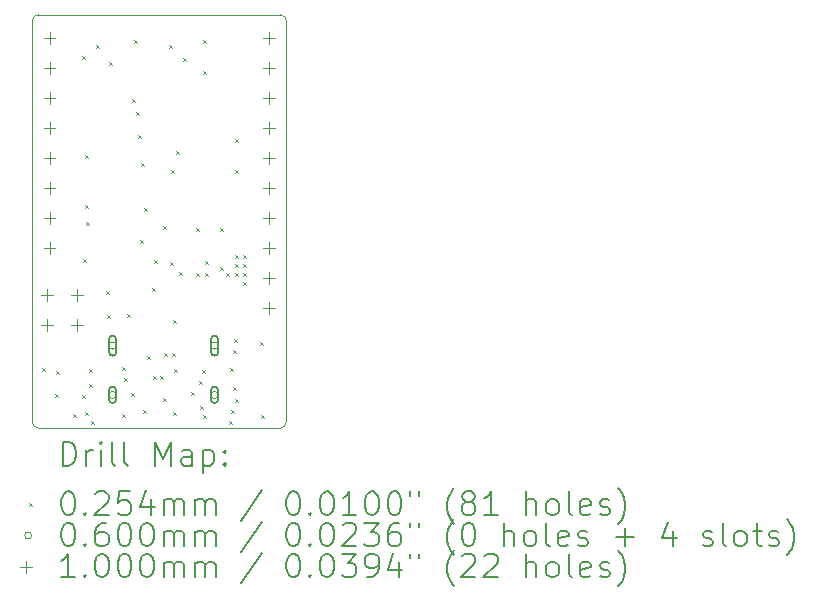
<source format=gbr>
%TF.GenerationSoftware,KiCad,Pcbnew,7.0.8*%
%TF.CreationDate,2024-04-05T01:26:45-03:00*%
%TF.ProjectId,iW-Little,69572d4c-6974-4746-9c65-2e6b69636164,rev?*%
%TF.SameCoordinates,Original*%
%TF.FileFunction,Drillmap*%
%TF.FilePolarity,Positive*%
%FSLAX45Y45*%
G04 Gerber Fmt 4.5, Leading zero omitted, Abs format (unit mm)*
G04 Created by KiCad (PCBNEW 7.0.8) date 2024-04-05 01:26:45*
%MOMM*%
%LPD*%
G01*
G04 APERTURE LIST*
%ADD10C,0.100000*%
%ADD11C,0.200000*%
%ADD12C,0.025400*%
%ADD13C,0.060000*%
G04 APERTURE END LIST*
D10*
X15250000Y-9950000D02*
X15250000Y-6550000D01*
X15200000Y-6500000D02*
X13150000Y-6500000D01*
X15250000Y-6550000D02*
G75*
G03*
X15200000Y-6500000I-50000J0D01*
G01*
X13100000Y-6550000D02*
X13100000Y-9950000D01*
X13150000Y-6500000D02*
G75*
G03*
X13100000Y-6550000I0J-50000D01*
G01*
X13100000Y-9950000D02*
G75*
G03*
X13150000Y-10000000I50000J0D01*
G01*
X13150000Y-10000000D02*
X15200000Y-10000000D01*
X15200000Y-10000000D02*
G75*
G03*
X15250000Y-9950000I0J50000D01*
G01*
D11*
D12*
X13177300Y-9492300D02*
X13202700Y-9517700D01*
X13202700Y-9492300D02*
X13177300Y-9517700D01*
X13292300Y-9707300D02*
X13317700Y-9732700D01*
X13317700Y-9707300D02*
X13292300Y-9732700D01*
X13302300Y-9517300D02*
X13327700Y-9542700D01*
X13327700Y-9517300D02*
X13302300Y-9542700D01*
X13447300Y-9877300D02*
X13472700Y-9902700D01*
X13472700Y-9877300D02*
X13447300Y-9902700D01*
X13517300Y-9722300D02*
X13542700Y-9747700D01*
X13542700Y-9722300D02*
X13517300Y-9747700D01*
X13522300Y-6847300D02*
X13547700Y-6872700D01*
X13547700Y-6847300D02*
X13522300Y-6872700D01*
X13527300Y-8567300D02*
X13552700Y-8592700D01*
X13552700Y-8567300D02*
X13527300Y-8592700D01*
X13541300Y-7685300D02*
X13566700Y-7710700D01*
X13566700Y-7685300D02*
X13541300Y-7710700D01*
X13547300Y-8112300D02*
X13572700Y-8137700D01*
X13572700Y-8112300D02*
X13547300Y-8137700D01*
X13547300Y-9862300D02*
X13572700Y-9887700D01*
X13572700Y-9862300D02*
X13547300Y-9887700D01*
X13553300Y-8255300D02*
X13578700Y-8280700D01*
X13578700Y-8255300D02*
X13553300Y-8280700D01*
X13577300Y-9502300D02*
X13602700Y-9527700D01*
X13602700Y-9502300D02*
X13577300Y-9527700D01*
X13582300Y-9627300D02*
X13607700Y-9652700D01*
X13607700Y-9627300D02*
X13582300Y-9652700D01*
X13592300Y-9942300D02*
X13617700Y-9967700D01*
X13617700Y-9942300D02*
X13592300Y-9967700D01*
X13637300Y-6757300D02*
X13662700Y-6782700D01*
X13662700Y-6757300D02*
X13637300Y-6782700D01*
X13727300Y-8842300D02*
X13752700Y-8867700D01*
X13752700Y-8842300D02*
X13727300Y-8867700D01*
X13735300Y-9040300D02*
X13760700Y-9065700D01*
X13760700Y-9040300D02*
X13735300Y-9065700D01*
X13752300Y-6897300D02*
X13777700Y-6922700D01*
X13777700Y-6897300D02*
X13752300Y-6922700D01*
X13857300Y-9482300D02*
X13882700Y-9507700D01*
X13882700Y-9482300D02*
X13857300Y-9507700D01*
X13857300Y-9882300D02*
X13882700Y-9907700D01*
X13882700Y-9882300D02*
X13857300Y-9907700D01*
X13872300Y-9577300D02*
X13897700Y-9602700D01*
X13897700Y-9577300D02*
X13872300Y-9602700D01*
X13902300Y-9037300D02*
X13927700Y-9062700D01*
X13927700Y-9037300D02*
X13902300Y-9062700D01*
X13932300Y-9702300D02*
X13957700Y-9727700D01*
X13957700Y-9702300D02*
X13932300Y-9727700D01*
X13947300Y-7217300D02*
X13972700Y-7242700D01*
X13972700Y-7217300D02*
X13947300Y-7242700D01*
X13962300Y-6712300D02*
X13987700Y-6737700D01*
X13987700Y-6712300D02*
X13962300Y-6737700D01*
X13977300Y-7322300D02*
X14002700Y-7347700D01*
X14002700Y-7322300D02*
X13977300Y-7347700D01*
X13997300Y-7517300D02*
X14022700Y-7542700D01*
X14022700Y-7517300D02*
X13997300Y-7542700D01*
X14007300Y-8407300D02*
X14032700Y-8432700D01*
X14032700Y-8407300D02*
X14007300Y-8432700D01*
X14022300Y-7757300D02*
X14047700Y-7782700D01*
X14047700Y-7757300D02*
X14022300Y-7782700D01*
X14037300Y-9842300D02*
X14062700Y-9867700D01*
X14062700Y-9842300D02*
X14037300Y-9867700D01*
X14047800Y-8137300D02*
X14073200Y-8162700D01*
X14073200Y-8137300D02*
X14047800Y-8162700D01*
X14067300Y-9387300D02*
X14092700Y-9412700D01*
X14092700Y-9387300D02*
X14067300Y-9412700D01*
X14112300Y-8817300D02*
X14137700Y-8842700D01*
X14137700Y-8817300D02*
X14112300Y-8842700D01*
X14117575Y-9557300D02*
X14142975Y-9582700D01*
X14142975Y-9557300D02*
X14117575Y-9582700D01*
X14127300Y-8572300D02*
X14152700Y-8597700D01*
X14152700Y-8572300D02*
X14127300Y-8597700D01*
X14177815Y-9557300D02*
X14203215Y-9582700D01*
X14203215Y-9557300D02*
X14177815Y-9582700D01*
X14202300Y-9747300D02*
X14227700Y-9772700D01*
X14227700Y-9747300D02*
X14202300Y-9772700D01*
X14207300Y-8287300D02*
X14232700Y-8312700D01*
X14232700Y-8287300D02*
X14207300Y-8312700D01*
X14217575Y-9367300D02*
X14242975Y-9392700D01*
X14242975Y-9367300D02*
X14217575Y-9392700D01*
X14257300Y-6757300D02*
X14282700Y-6782700D01*
X14282700Y-6757300D02*
X14257300Y-6782700D01*
X14267300Y-8592300D02*
X14292700Y-8617700D01*
X14292700Y-8592300D02*
X14267300Y-8617700D01*
X14277300Y-7812300D02*
X14302700Y-7837700D01*
X14302700Y-7812300D02*
X14277300Y-7837700D01*
X14277815Y-9367300D02*
X14303215Y-9392700D01*
X14303215Y-9367300D02*
X14277815Y-9392700D01*
X14287300Y-9087300D02*
X14312700Y-9112700D01*
X14312700Y-9087300D02*
X14287300Y-9112700D01*
X14292300Y-9862300D02*
X14317700Y-9887700D01*
X14317700Y-9862300D02*
X14292300Y-9887700D01*
X14297300Y-9497300D02*
X14322700Y-9522700D01*
X14322700Y-9497300D02*
X14297300Y-9522700D01*
X14312300Y-7655300D02*
X14337700Y-7680700D01*
X14337700Y-7655300D02*
X14312300Y-7680700D01*
X14337300Y-8682300D02*
X14362700Y-8707700D01*
X14362700Y-8682300D02*
X14337300Y-8707700D01*
X14372300Y-6867300D02*
X14397700Y-6892700D01*
X14397700Y-6867300D02*
X14372300Y-6892700D01*
X14442300Y-9697300D02*
X14467700Y-9722700D01*
X14467700Y-9697300D02*
X14442300Y-9722700D01*
X14482300Y-8302300D02*
X14507700Y-8327700D01*
X14507700Y-8302300D02*
X14482300Y-8327700D01*
X14487300Y-8687300D02*
X14512700Y-8712700D01*
X14512700Y-8687300D02*
X14487300Y-8712700D01*
X14512300Y-9602300D02*
X14537700Y-9627700D01*
X14537700Y-9602300D02*
X14512300Y-9627700D01*
X14522300Y-9812300D02*
X14547700Y-9837700D01*
X14547700Y-9812300D02*
X14522300Y-9837700D01*
X14532300Y-9507300D02*
X14557700Y-9532700D01*
X14557700Y-9507300D02*
X14532300Y-9532700D01*
X14542300Y-6717300D02*
X14567700Y-6742700D01*
X14567700Y-6717300D02*
X14542300Y-6742700D01*
X14542300Y-6977300D02*
X14567700Y-7002700D01*
X14567700Y-6977300D02*
X14542300Y-7002700D01*
X14547300Y-9892300D02*
X14572700Y-9917700D01*
X14572700Y-9892300D02*
X14547300Y-9917700D01*
X14562300Y-8587300D02*
X14587700Y-8612700D01*
X14587700Y-8587300D02*
X14562300Y-8612700D01*
X14562300Y-8687300D02*
X14587700Y-8712700D01*
X14587700Y-8687300D02*
X14562300Y-8712700D01*
X14687300Y-8637300D02*
X14712700Y-8662700D01*
X14712700Y-8637300D02*
X14687300Y-8662700D01*
X14692300Y-8302300D02*
X14717700Y-8327700D01*
X14717700Y-8302300D02*
X14692300Y-8327700D01*
X14737300Y-8687300D02*
X14762700Y-8712700D01*
X14762700Y-8687300D02*
X14737300Y-8712700D01*
X14767300Y-9942300D02*
X14792700Y-9967700D01*
X14792700Y-9942300D02*
X14767300Y-9967700D01*
X14777300Y-9487300D02*
X14802700Y-9512700D01*
X14802700Y-9487300D02*
X14777300Y-9512700D01*
X14782300Y-9847300D02*
X14807700Y-9872700D01*
X14807700Y-9847300D02*
X14782300Y-9872700D01*
X14797300Y-9342300D02*
X14822700Y-9367700D01*
X14822700Y-9342300D02*
X14797300Y-9367700D01*
X14797300Y-9652300D02*
X14822700Y-9677700D01*
X14822700Y-9652300D02*
X14797300Y-9677700D01*
X14807300Y-9247300D02*
X14832700Y-9272700D01*
X14832700Y-9247300D02*
X14807300Y-9272700D01*
X14812300Y-7549300D02*
X14837700Y-7574700D01*
X14837700Y-7549300D02*
X14812300Y-7574700D01*
X14812300Y-8537300D02*
X14837700Y-8562700D01*
X14837700Y-8537300D02*
X14812300Y-8562700D01*
X14812300Y-8612300D02*
X14837700Y-8637700D01*
X14837700Y-8612300D02*
X14812300Y-8637700D01*
X14812300Y-8687300D02*
X14837700Y-8712700D01*
X14837700Y-8687300D02*
X14812300Y-8712700D01*
X14817300Y-7812300D02*
X14842700Y-7837700D01*
X14842700Y-7812300D02*
X14817300Y-7837700D01*
X14817300Y-9757300D02*
X14842700Y-9782700D01*
X14842700Y-9757300D02*
X14817300Y-9782700D01*
X14887300Y-8537300D02*
X14912700Y-8562700D01*
X14912700Y-8537300D02*
X14887300Y-8562700D01*
X14887300Y-8612300D02*
X14912700Y-8637700D01*
X14912700Y-8612300D02*
X14887300Y-8637700D01*
X14887300Y-8687300D02*
X14912700Y-8712700D01*
X14912700Y-8687300D02*
X14887300Y-8712700D01*
X14887300Y-8762300D02*
X14912700Y-8787700D01*
X14912700Y-8762300D02*
X14887300Y-8787700D01*
X15029300Y-9269300D02*
X15054700Y-9294700D01*
X15054700Y-9269300D02*
X15029300Y-9294700D01*
X15037300Y-9887300D02*
X15062700Y-9912700D01*
X15062700Y-9887300D02*
X15037300Y-9912700D01*
D13*
X13808395Y-9302000D02*
G75*
G03*
X13808395Y-9302000I-30000J0D01*
G01*
D11*
X13808395Y-9357000D02*
X13808395Y-9247000D01*
X13808395Y-9247000D02*
G75*
G03*
X13748395Y-9247000I-30000J0D01*
G01*
X13748395Y-9247000D02*
X13748395Y-9357000D01*
X13748395Y-9357000D02*
G75*
G03*
X13808395Y-9357000I30000J0D01*
G01*
D13*
X13808395Y-9719000D02*
G75*
G03*
X13808395Y-9719000I-30000J0D01*
G01*
D11*
X13808395Y-9759000D02*
X13808395Y-9679000D01*
X13808395Y-9679000D02*
G75*
G03*
X13748395Y-9679000I-30000J0D01*
G01*
X13748395Y-9679000D02*
X13748395Y-9759000D01*
X13748395Y-9759000D02*
G75*
G03*
X13808395Y-9759000I30000J0D01*
G01*
D13*
X14672395Y-9302000D02*
G75*
G03*
X14672395Y-9302000I-30000J0D01*
G01*
D11*
X14672395Y-9357000D02*
X14672395Y-9247000D01*
X14672395Y-9247000D02*
G75*
G03*
X14612395Y-9247000I-30000J0D01*
G01*
X14612395Y-9247000D02*
X14612395Y-9357000D01*
X14612395Y-9357000D02*
G75*
G03*
X14672395Y-9357000I30000J0D01*
G01*
D13*
X14672395Y-9719000D02*
G75*
G03*
X14672395Y-9719000I-30000J0D01*
G01*
D11*
X14672395Y-9759000D02*
X14672395Y-9679000D01*
X14672395Y-9679000D02*
G75*
G03*
X14612395Y-9679000I-30000J0D01*
G01*
X14612395Y-9679000D02*
X14612395Y-9759000D01*
X14612395Y-9759000D02*
G75*
G03*
X14672395Y-9759000I30000J0D01*
G01*
D10*
X13221000Y-8821000D02*
X13221000Y-8921000D01*
X13171000Y-8871000D02*
X13271000Y-8871000D01*
X13221000Y-9075000D02*
X13221000Y-9175000D01*
X13171000Y-9125000D02*
X13271000Y-9125000D01*
X13245000Y-6650000D02*
X13245000Y-6750000D01*
X13195000Y-6700000D02*
X13295000Y-6700000D01*
X13245000Y-6904000D02*
X13245000Y-7004000D01*
X13195000Y-6954000D02*
X13295000Y-6954000D01*
X13245000Y-7158000D02*
X13245000Y-7258000D01*
X13195000Y-7208000D02*
X13295000Y-7208000D01*
X13245000Y-7412000D02*
X13245000Y-7512000D01*
X13195000Y-7462000D02*
X13295000Y-7462000D01*
X13245000Y-7666000D02*
X13245000Y-7766000D01*
X13195000Y-7716000D02*
X13295000Y-7716000D01*
X13245000Y-7920000D02*
X13245000Y-8020000D01*
X13195000Y-7970000D02*
X13295000Y-7970000D01*
X13245000Y-8174000D02*
X13245000Y-8274000D01*
X13195000Y-8224000D02*
X13295000Y-8224000D01*
X13245000Y-8428000D02*
X13245000Y-8528000D01*
X13195000Y-8478000D02*
X13295000Y-8478000D01*
X13475000Y-8821000D02*
X13475000Y-8921000D01*
X13425000Y-8871000D02*
X13525000Y-8871000D01*
X13475000Y-9075000D02*
X13475000Y-9175000D01*
X13425000Y-9125000D02*
X13525000Y-9125000D01*
X15100000Y-6650000D02*
X15100000Y-6750000D01*
X15050000Y-6700000D02*
X15150000Y-6700000D01*
X15100000Y-6904000D02*
X15100000Y-7004000D01*
X15050000Y-6954000D02*
X15150000Y-6954000D01*
X15100000Y-7158000D02*
X15100000Y-7258000D01*
X15050000Y-7208000D02*
X15150000Y-7208000D01*
X15100000Y-7412000D02*
X15100000Y-7512000D01*
X15050000Y-7462000D02*
X15150000Y-7462000D01*
X15100000Y-7666000D02*
X15100000Y-7766000D01*
X15050000Y-7716000D02*
X15150000Y-7716000D01*
X15100000Y-7920000D02*
X15100000Y-8020000D01*
X15050000Y-7970000D02*
X15150000Y-7970000D01*
X15100000Y-8174000D02*
X15100000Y-8274000D01*
X15050000Y-8224000D02*
X15150000Y-8224000D01*
X15100000Y-8428000D02*
X15100000Y-8528000D01*
X15050000Y-8478000D02*
X15150000Y-8478000D01*
X15100000Y-8682000D02*
X15100000Y-8782000D01*
X15050000Y-8732000D02*
X15150000Y-8732000D01*
X15100000Y-8936000D02*
X15100000Y-9036000D01*
X15050000Y-8986000D02*
X15150000Y-8986000D01*
D11*
X13355777Y-10316484D02*
X13355777Y-10116484D01*
X13355777Y-10116484D02*
X13403396Y-10116484D01*
X13403396Y-10116484D02*
X13431967Y-10126008D01*
X13431967Y-10126008D02*
X13451015Y-10145055D01*
X13451015Y-10145055D02*
X13460539Y-10164103D01*
X13460539Y-10164103D02*
X13470062Y-10202198D01*
X13470062Y-10202198D02*
X13470062Y-10230770D01*
X13470062Y-10230770D02*
X13460539Y-10268865D01*
X13460539Y-10268865D02*
X13451015Y-10287912D01*
X13451015Y-10287912D02*
X13431967Y-10306960D01*
X13431967Y-10306960D02*
X13403396Y-10316484D01*
X13403396Y-10316484D02*
X13355777Y-10316484D01*
X13555777Y-10316484D02*
X13555777Y-10183150D01*
X13555777Y-10221246D02*
X13565301Y-10202198D01*
X13565301Y-10202198D02*
X13574824Y-10192674D01*
X13574824Y-10192674D02*
X13593872Y-10183150D01*
X13593872Y-10183150D02*
X13612920Y-10183150D01*
X13679586Y-10316484D02*
X13679586Y-10183150D01*
X13679586Y-10116484D02*
X13670062Y-10126008D01*
X13670062Y-10126008D02*
X13679586Y-10135531D01*
X13679586Y-10135531D02*
X13689110Y-10126008D01*
X13689110Y-10126008D02*
X13679586Y-10116484D01*
X13679586Y-10116484D02*
X13679586Y-10135531D01*
X13803396Y-10316484D02*
X13784348Y-10306960D01*
X13784348Y-10306960D02*
X13774824Y-10287912D01*
X13774824Y-10287912D02*
X13774824Y-10116484D01*
X13908158Y-10316484D02*
X13889110Y-10306960D01*
X13889110Y-10306960D02*
X13879586Y-10287912D01*
X13879586Y-10287912D02*
X13879586Y-10116484D01*
X14136729Y-10316484D02*
X14136729Y-10116484D01*
X14136729Y-10116484D02*
X14203396Y-10259341D01*
X14203396Y-10259341D02*
X14270062Y-10116484D01*
X14270062Y-10116484D02*
X14270062Y-10316484D01*
X14451015Y-10316484D02*
X14451015Y-10211722D01*
X14451015Y-10211722D02*
X14441491Y-10192674D01*
X14441491Y-10192674D02*
X14422443Y-10183150D01*
X14422443Y-10183150D02*
X14384348Y-10183150D01*
X14384348Y-10183150D02*
X14365301Y-10192674D01*
X14451015Y-10306960D02*
X14431967Y-10316484D01*
X14431967Y-10316484D02*
X14384348Y-10316484D01*
X14384348Y-10316484D02*
X14365301Y-10306960D01*
X14365301Y-10306960D02*
X14355777Y-10287912D01*
X14355777Y-10287912D02*
X14355777Y-10268865D01*
X14355777Y-10268865D02*
X14365301Y-10249817D01*
X14365301Y-10249817D02*
X14384348Y-10240293D01*
X14384348Y-10240293D02*
X14431967Y-10240293D01*
X14431967Y-10240293D02*
X14451015Y-10230770D01*
X14546253Y-10183150D02*
X14546253Y-10383150D01*
X14546253Y-10192674D02*
X14565301Y-10183150D01*
X14565301Y-10183150D02*
X14603396Y-10183150D01*
X14603396Y-10183150D02*
X14622443Y-10192674D01*
X14622443Y-10192674D02*
X14631967Y-10202198D01*
X14631967Y-10202198D02*
X14641491Y-10221246D01*
X14641491Y-10221246D02*
X14641491Y-10278389D01*
X14641491Y-10278389D02*
X14631967Y-10297436D01*
X14631967Y-10297436D02*
X14622443Y-10306960D01*
X14622443Y-10306960D02*
X14603396Y-10316484D01*
X14603396Y-10316484D02*
X14565301Y-10316484D01*
X14565301Y-10316484D02*
X14546253Y-10306960D01*
X14727205Y-10297436D02*
X14736729Y-10306960D01*
X14736729Y-10306960D02*
X14727205Y-10316484D01*
X14727205Y-10316484D02*
X14717682Y-10306960D01*
X14717682Y-10306960D02*
X14727205Y-10297436D01*
X14727205Y-10297436D02*
X14727205Y-10316484D01*
X14727205Y-10192674D02*
X14736729Y-10202198D01*
X14736729Y-10202198D02*
X14727205Y-10211722D01*
X14727205Y-10211722D02*
X14717682Y-10202198D01*
X14717682Y-10202198D02*
X14727205Y-10192674D01*
X14727205Y-10192674D02*
X14727205Y-10211722D01*
D12*
X13069600Y-10632300D02*
X13095000Y-10657700D01*
X13095000Y-10632300D02*
X13069600Y-10657700D01*
D11*
X13393872Y-10536484D02*
X13412920Y-10536484D01*
X13412920Y-10536484D02*
X13431967Y-10546008D01*
X13431967Y-10546008D02*
X13441491Y-10555531D01*
X13441491Y-10555531D02*
X13451015Y-10574579D01*
X13451015Y-10574579D02*
X13460539Y-10612674D01*
X13460539Y-10612674D02*
X13460539Y-10660293D01*
X13460539Y-10660293D02*
X13451015Y-10698389D01*
X13451015Y-10698389D02*
X13441491Y-10717436D01*
X13441491Y-10717436D02*
X13431967Y-10726960D01*
X13431967Y-10726960D02*
X13412920Y-10736484D01*
X13412920Y-10736484D02*
X13393872Y-10736484D01*
X13393872Y-10736484D02*
X13374824Y-10726960D01*
X13374824Y-10726960D02*
X13365301Y-10717436D01*
X13365301Y-10717436D02*
X13355777Y-10698389D01*
X13355777Y-10698389D02*
X13346253Y-10660293D01*
X13346253Y-10660293D02*
X13346253Y-10612674D01*
X13346253Y-10612674D02*
X13355777Y-10574579D01*
X13355777Y-10574579D02*
X13365301Y-10555531D01*
X13365301Y-10555531D02*
X13374824Y-10546008D01*
X13374824Y-10546008D02*
X13393872Y-10536484D01*
X13546253Y-10717436D02*
X13555777Y-10726960D01*
X13555777Y-10726960D02*
X13546253Y-10736484D01*
X13546253Y-10736484D02*
X13536729Y-10726960D01*
X13536729Y-10726960D02*
X13546253Y-10717436D01*
X13546253Y-10717436D02*
X13546253Y-10736484D01*
X13631967Y-10555531D02*
X13641491Y-10546008D01*
X13641491Y-10546008D02*
X13660539Y-10536484D01*
X13660539Y-10536484D02*
X13708158Y-10536484D01*
X13708158Y-10536484D02*
X13727205Y-10546008D01*
X13727205Y-10546008D02*
X13736729Y-10555531D01*
X13736729Y-10555531D02*
X13746253Y-10574579D01*
X13746253Y-10574579D02*
X13746253Y-10593627D01*
X13746253Y-10593627D02*
X13736729Y-10622198D01*
X13736729Y-10622198D02*
X13622443Y-10736484D01*
X13622443Y-10736484D02*
X13746253Y-10736484D01*
X13927205Y-10536484D02*
X13831967Y-10536484D01*
X13831967Y-10536484D02*
X13822443Y-10631722D01*
X13822443Y-10631722D02*
X13831967Y-10622198D01*
X13831967Y-10622198D02*
X13851015Y-10612674D01*
X13851015Y-10612674D02*
X13898634Y-10612674D01*
X13898634Y-10612674D02*
X13917682Y-10622198D01*
X13917682Y-10622198D02*
X13927205Y-10631722D01*
X13927205Y-10631722D02*
X13936729Y-10650770D01*
X13936729Y-10650770D02*
X13936729Y-10698389D01*
X13936729Y-10698389D02*
X13927205Y-10717436D01*
X13927205Y-10717436D02*
X13917682Y-10726960D01*
X13917682Y-10726960D02*
X13898634Y-10736484D01*
X13898634Y-10736484D02*
X13851015Y-10736484D01*
X13851015Y-10736484D02*
X13831967Y-10726960D01*
X13831967Y-10726960D02*
X13822443Y-10717436D01*
X14108158Y-10603150D02*
X14108158Y-10736484D01*
X14060539Y-10526960D02*
X14012920Y-10669817D01*
X14012920Y-10669817D02*
X14136729Y-10669817D01*
X14212920Y-10736484D02*
X14212920Y-10603150D01*
X14212920Y-10622198D02*
X14222443Y-10612674D01*
X14222443Y-10612674D02*
X14241491Y-10603150D01*
X14241491Y-10603150D02*
X14270063Y-10603150D01*
X14270063Y-10603150D02*
X14289110Y-10612674D01*
X14289110Y-10612674D02*
X14298634Y-10631722D01*
X14298634Y-10631722D02*
X14298634Y-10736484D01*
X14298634Y-10631722D02*
X14308158Y-10612674D01*
X14308158Y-10612674D02*
X14327205Y-10603150D01*
X14327205Y-10603150D02*
X14355777Y-10603150D01*
X14355777Y-10603150D02*
X14374824Y-10612674D01*
X14374824Y-10612674D02*
X14384348Y-10631722D01*
X14384348Y-10631722D02*
X14384348Y-10736484D01*
X14479586Y-10736484D02*
X14479586Y-10603150D01*
X14479586Y-10622198D02*
X14489110Y-10612674D01*
X14489110Y-10612674D02*
X14508158Y-10603150D01*
X14508158Y-10603150D02*
X14536729Y-10603150D01*
X14536729Y-10603150D02*
X14555777Y-10612674D01*
X14555777Y-10612674D02*
X14565301Y-10631722D01*
X14565301Y-10631722D02*
X14565301Y-10736484D01*
X14565301Y-10631722D02*
X14574824Y-10612674D01*
X14574824Y-10612674D02*
X14593872Y-10603150D01*
X14593872Y-10603150D02*
X14622443Y-10603150D01*
X14622443Y-10603150D02*
X14641491Y-10612674D01*
X14641491Y-10612674D02*
X14651015Y-10631722D01*
X14651015Y-10631722D02*
X14651015Y-10736484D01*
X15041491Y-10526960D02*
X14870063Y-10784103D01*
X15298634Y-10536484D02*
X15317682Y-10536484D01*
X15317682Y-10536484D02*
X15336729Y-10546008D01*
X15336729Y-10546008D02*
X15346253Y-10555531D01*
X15346253Y-10555531D02*
X15355777Y-10574579D01*
X15355777Y-10574579D02*
X15365301Y-10612674D01*
X15365301Y-10612674D02*
X15365301Y-10660293D01*
X15365301Y-10660293D02*
X15355777Y-10698389D01*
X15355777Y-10698389D02*
X15346253Y-10717436D01*
X15346253Y-10717436D02*
X15336729Y-10726960D01*
X15336729Y-10726960D02*
X15317682Y-10736484D01*
X15317682Y-10736484D02*
X15298634Y-10736484D01*
X15298634Y-10736484D02*
X15279586Y-10726960D01*
X15279586Y-10726960D02*
X15270063Y-10717436D01*
X15270063Y-10717436D02*
X15260539Y-10698389D01*
X15260539Y-10698389D02*
X15251015Y-10660293D01*
X15251015Y-10660293D02*
X15251015Y-10612674D01*
X15251015Y-10612674D02*
X15260539Y-10574579D01*
X15260539Y-10574579D02*
X15270063Y-10555531D01*
X15270063Y-10555531D02*
X15279586Y-10546008D01*
X15279586Y-10546008D02*
X15298634Y-10536484D01*
X15451015Y-10717436D02*
X15460539Y-10726960D01*
X15460539Y-10726960D02*
X15451015Y-10736484D01*
X15451015Y-10736484D02*
X15441491Y-10726960D01*
X15441491Y-10726960D02*
X15451015Y-10717436D01*
X15451015Y-10717436D02*
X15451015Y-10736484D01*
X15584348Y-10536484D02*
X15603396Y-10536484D01*
X15603396Y-10536484D02*
X15622444Y-10546008D01*
X15622444Y-10546008D02*
X15631967Y-10555531D01*
X15631967Y-10555531D02*
X15641491Y-10574579D01*
X15641491Y-10574579D02*
X15651015Y-10612674D01*
X15651015Y-10612674D02*
X15651015Y-10660293D01*
X15651015Y-10660293D02*
X15641491Y-10698389D01*
X15641491Y-10698389D02*
X15631967Y-10717436D01*
X15631967Y-10717436D02*
X15622444Y-10726960D01*
X15622444Y-10726960D02*
X15603396Y-10736484D01*
X15603396Y-10736484D02*
X15584348Y-10736484D01*
X15584348Y-10736484D02*
X15565301Y-10726960D01*
X15565301Y-10726960D02*
X15555777Y-10717436D01*
X15555777Y-10717436D02*
X15546253Y-10698389D01*
X15546253Y-10698389D02*
X15536729Y-10660293D01*
X15536729Y-10660293D02*
X15536729Y-10612674D01*
X15536729Y-10612674D02*
X15546253Y-10574579D01*
X15546253Y-10574579D02*
X15555777Y-10555531D01*
X15555777Y-10555531D02*
X15565301Y-10546008D01*
X15565301Y-10546008D02*
X15584348Y-10536484D01*
X15841491Y-10736484D02*
X15727206Y-10736484D01*
X15784348Y-10736484D02*
X15784348Y-10536484D01*
X15784348Y-10536484D02*
X15765301Y-10565055D01*
X15765301Y-10565055D02*
X15746253Y-10584103D01*
X15746253Y-10584103D02*
X15727206Y-10593627D01*
X15965301Y-10536484D02*
X15984348Y-10536484D01*
X15984348Y-10536484D02*
X16003396Y-10546008D01*
X16003396Y-10546008D02*
X16012920Y-10555531D01*
X16012920Y-10555531D02*
X16022444Y-10574579D01*
X16022444Y-10574579D02*
X16031967Y-10612674D01*
X16031967Y-10612674D02*
X16031967Y-10660293D01*
X16031967Y-10660293D02*
X16022444Y-10698389D01*
X16022444Y-10698389D02*
X16012920Y-10717436D01*
X16012920Y-10717436D02*
X16003396Y-10726960D01*
X16003396Y-10726960D02*
X15984348Y-10736484D01*
X15984348Y-10736484D02*
X15965301Y-10736484D01*
X15965301Y-10736484D02*
X15946253Y-10726960D01*
X15946253Y-10726960D02*
X15936729Y-10717436D01*
X15936729Y-10717436D02*
X15927206Y-10698389D01*
X15927206Y-10698389D02*
X15917682Y-10660293D01*
X15917682Y-10660293D02*
X15917682Y-10612674D01*
X15917682Y-10612674D02*
X15927206Y-10574579D01*
X15927206Y-10574579D02*
X15936729Y-10555531D01*
X15936729Y-10555531D02*
X15946253Y-10546008D01*
X15946253Y-10546008D02*
X15965301Y-10536484D01*
X16155777Y-10536484D02*
X16174825Y-10536484D01*
X16174825Y-10536484D02*
X16193872Y-10546008D01*
X16193872Y-10546008D02*
X16203396Y-10555531D01*
X16203396Y-10555531D02*
X16212920Y-10574579D01*
X16212920Y-10574579D02*
X16222444Y-10612674D01*
X16222444Y-10612674D02*
X16222444Y-10660293D01*
X16222444Y-10660293D02*
X16212920Y-10698389D01*
X16212920Y-10698389D02*
X16203396Y-10717436D01*
X16203396Y-10717436D02*
X16193872Y-10726960D01*
X16193872Y-10726960D02*
X16174825Y-10736484D01*
X16174825Y-10736484D02*
X16155777Y-10736484D01*
X16155777Y-10736484D02*
X16136729Y-10726960D01*
X16136729Y-10726960D02*
X16127206Y-10717436D01*
X16127206Y-10717436D02*
X16117682Y-10698389D01*
X16117682Y-10698389D02*
X16108158Y-10660293D01*
X16108158Y-10660293D02*
X16108158Y-10612674D01*
X16108158Y-10612674D02*
X16117682Y-10574579D01*
X16117682Y-10574579D02*
X16127206Y-10555531D01*
X16127206Y-10555531D02*
X16136729Y-10546008D01*
X16136729Y-10546008D02*
X16155777Y-10536484D01*
X16298634Y-10536484D02*
X16298634Y-10574579D01*
X16374825Y-10536484D02*
X16374825Y-10574579D01*
X16670063Y-10812674D02*
X16660539Y-10803150D01*
X16660539Y-10803150D02*
X16641491Y-10774579D01*
X16641491Y-10774579D02*
X16631968Y-10755531D01*
X16631968Y-10755531D02*
X16622444Y-10726960D01*
X16622444Y-10726960D02*
X16612920Y-10679341D01*
X16612920Y-10679341D02*
X16612920Y-10641246D01*
X16612920Y-10641246D02*
X16622444Y-10593627D01*
X16622444Y-10593627D02*
X16631968Y-10565055D01*
X16631968Y-10565055D02*
X16641491Y-10546008D01*
X16641491Y-10546008D02*
X16660539Y-10517436D01*
X16660539Y-10517436D02*
X16670063Y-10507912D01*
X16774825Y-10622198D02*
X16755777Y-10612674D01*
X16755777Y-10612674D02*
X16746253Y-10603150D01*
X16746253Y-10603150D02*
X16736729Y-10584103D01*
X16736729Y-10584103D02*
X16736729Y-10574579D01*
X16736729Y-10574579D02*
X16746253Y-10555531D01*
X16746253Y-10555531D02*
X16755777Y-10546008D01*
X16755777Y-10546008D02*
X16774825Y-10536484D01*
X16774825Y-10536484D02*
X16812920Y-10536484D01*
X16812920Y-10536484D02*
X16831968Y-10546008D01*
X16831968Y-10546008D02*
X16841491Y-10555531D01*
X16841491Y-10555531D02*
X16851015Y-10574579D01*
X16851015Y-10574579D02*
X16851015Y-10584103D01*
X16851015Y-10584103D02*
X16841491Y-10603150D01*
X16841491Y-10603150D02*
X16831968Y-10612674D01*
X16831968Y-10612674D02*
X16812920Y-10622198D01*
X16812920Y-10622198D02*
X16774825Y-10622198D01*
X16774825Y-10622198D02*
X16755777Y-10631722D01*
X16755777Y-10631722D02*
X16746253Y-10641246D01*
X16746253Y-10641246D02*
X16736729Y-10660293D01*
X16736729Y-10660293D02*
X16736729Y-10698389D01*
X16736729Y-10698389D02*
X16746253Y-10717436D01*
X16746253Y-10717436D02*
X16755777Y-10726960D01*
X16755777Y-10726960D02*
X16774825Y-10736484D01*
X16774825Y-10736484D02*
X16812920Y-10736484D01*
X16812920Y-10736484D02*
X16831968Y-10726960D01*
X16831968Y-10726960D02*
X16841491Y-10717436D01*
X16841491Y-10717436D02*
X16851015Y-10698389D01*
X16851015Y-10698389D02*
X16851015Y-10660293D01*
X16851015Y-10660293D02*
X16841491Y-10641246D01*
X16841491Y-10641246D02*
X16831968Y-10631722D01*
X16831968Y-10631722D02*
X16812920Y-10622198D01*
X17041491Y-10736484D02*
X16927206Y-10736484D01*
X16984349Y-10736484D02*
X16984349Y-10536484D01*
X16984349Y-10536484D02*
X16965301Y-10565055D01*
X16965301Y-10565055D02*
X16946253Y-10584103D01*
X16946253Y-10584103D02*
X16927206Y-10593627D01*
X17279587Y-10736484D02*
X17279587Y-10536484D01*
X17365301Y-10736484D02*
X17365301Y-10631722D01*
X17365301Y-10631722D02*
X17355777Y-10612674D01*
X17355777Y-10612674D02*
X17336730Y-10603150D01*
X17336730Y-10603150D02*
X17308158Y-10603150D01*
X17308158Y-10603150D02*
X17289111Y-10612674D01*
X17289111Y-10612674D02*
X17279587Y-10622198D01*
X17489111Y-10736484D02*
X17470063Y-10726960D01*
X17470063Y-10726960D02*
X17460539Y-10717436D01*
X17460539Y-10717436D02*
X17451015Y-10698389D01*
X17451015Y-10698389D02*
X17451015Y-10641246D01*
X17451015Y-10641246D02*
X17460539Y-10622198D01*
X17460539Y-10622198D02*
X17470063Y-10612674D01*
X17470063Y-10612674D02*
X17489111Y-10603150D01*
X17489111Y-10603150D02*
X17517682Y-10603150D01*
X17517682Y-10603150D02*
X17536730Y-10612674D01*
X17536730Y-10612674D02*
X17546253Y-10622198D01*
X17546253Y-10622198D02*
X17555777Y-10641246D01*
X17555777Y-10641246D02*
X17555777Y-10698389D01*
X17555777Y-10698389D02*
X17546253Y-10717436D01*
X17546253Y-10717436D02*
X17536730Y-10726960D01*
X17536730Y-10726960D02*
X17517682Y-10736484D01*
X17517682Y-10736484D02*
X17489111Y-10736484D01*
X17670063Y-10736484D02*
X17651015Y-10726960D01*
X17651015Y-10726960D02*
X17641492Y-10707912D01*
X17641492Y-10707912D02*
X17641492Y-10536484D01*
X17822444Y-10726960D02*
X17803396Y-10736484D01*
X17803396Y-10736484D02*
X17765301Y-10736484D01*
X17765301Y-10736484D02*
X17746253Y-10726960D01*
X17746253Y-10726960D02*
X17736730Y-10707912D01*
X17736730Y-10707912D02*
X17736730Y-10631722D01*
X17736730Y-10631722D02*
X17746253Y-10612674D01*
X17746253Y-10612674D02*
X17765301Y-10603150D01*
X17765301Y-10603150D02*
X17803396Y-10603150D01*
X17803396Y-10603150D02*
X17822444Y-10612674D01*
X17822444Y-10612674D02*
X17831968Y-10631722D01*
X17831968Y-10631722D02*
X17831968Y-10650770D01*
X17831968Y-10650770D02*
X17736730Y-10669817D01*
X17908158Y-10726960D02*
X17927206Y-10736484D01*
X17927206Y-10736484D02*
X17965301Y-10736484D01*
X17965301Y-10736484D02*
X17984349Y-10726960D01*
X17984349Y-10726960D02*
X17993873Y-10707912D01*
X17993873Y-10707912D02*
X17993873Y-10698389D01*
X17993873Y-10698389D02*
X17984349Y-10679341D01*
X17984349Y-10679341D02*
X17965301Y-10669817D01*
X17965301Y-10669817D02*
X17936730Y-10669817D01*
X17936730Y-10669817D02*
X17917682Y-10660293D01*
X17917682Y-10660293D02*
X17908158Y-10641246D01*
X17908158Y-10641246D02*
X17908158Y-10631722D01*
X17908158Y-10631722D02*
X17917682Y-10612674D01*
X17917682Y-10612674D02*
X17936730Y-10603150D01*
X17936730Y-10603150D02*
X17965301Y-10603150D01*
X17965301Y-10603150D02*
X17984349Y-10612674D01*
X18060539Y-10812674D02*
X18070063Y-10803150D01*
X18070063Y-10803150D02*
X18089111Y-10774579D01*
X18089111Y-10774579D02*
X18098634Y-10755531D01*
X18098634Y-10755531D02*
X18108158Y-10726960D01*
X18108158Y-10726960D02*
X18117682Y-10679341D01*
X18117682Y-10679341D02*
X18117682Y-10641246D01*
X18117682Y-10641246D02*
X18108158Y-10593627D01*
X18108158Y-10593627D02*
X18098634Y-10565055D01*
X18098634Y-10565055D02*
X18089111Y-10546008D01*
X18089111Y-10546008D02*
X18070063Y-10517436D01*
X18070063Y-10517436D02*
X18060539Y-10507912D01*
D13*
X13095000Y-10909000D02*
G75*
G03*
X13095000Y-10909000I-30000J0D01*
G01*
D11*
X13393872Y-10800484D02*
X13412920Y-10800484D01*
X13412920Y-10800484D02*
X13431967Y-10810008D01*
X13431967Y-10810008D02*
X13441491Y-10819531D01*
X13441491Y-10819531D02*
X13451015Y-10838579D01*
X13451015Y-10838579D02*
X13460539Y-10876674D01*
X13460539Y-10876674D02*
X13460539Y-10924293D01*
X13460539Y-10924293D02*
X13451015Y-10962389D01*
X13451015Y-10962389D02*
X13441491Y-10981436D01*
X13441491Y-10981436D02*
X13431967Y-10990960D01*
X13431967Y-10990960D02*
X13412920Y-11000484D01*
X13412920Y-11000484D02*
X13393872Y-11000484D01*
X13393872Y-11000484D02*
X13374824Y-10990960D01*
X13374824Y-10990960D02*
X13365301Y-10981436D01*
X13365301Y-10981436D02*
X13355777Y-10962389D01*
X13355777Y-10962389D02*
X13346253Y-10924293D01*
X13346253Y-10924293D02*
X13346253Y-10876674D01*
X13346253Y-10876674D02*
X13355777Y-10838579D01*
X13355777Y-10838579D02*
X13365301Y-10819531D01*
X13365301Y-10819531D02*
X13374824Y-10810008D01*
X13374824Y-10810008D02*
X13393872Y-10800484D01*
X13546253Y-10981436D02*
X13555777Y-10990960D01*
X13555777Y-10990960D02*
X13546253Y-11000484D01*
X13546253Y-11000484D02*
X13536729Y-10990960D01*
X13536729Y-10990960D02*
X13546253Y-10981436D01*
X13546253Y-10981436D02*
X13546253Y-11000484D01*
X13727205Y-10800484D02*
X13689110Y-10800484D01*
X13689110Y-10800484D02*
X13670062Y-10810008D01*
X13670062Y-10810008D02*
X13660539Y-10819531D01*
X13660539Y-10819531D02*
X13641491Y-10848103D01*
X13641491Y-10848103D02*
X13631967Y-10886198D01*
X13631967Y-10886198D02*
X13631967Y-10962389D01*
X13631967Y-10962389D02*
X13641491Y-10981436D01*
X13641491Y-10981436D02*
X13651015Y-10990960D01*
X13651015Y-10990960D02*
X13670062Y-11000484D01*
X13670062Y-11000484D02*
X13708158Y-11000484D01*
X13708158Y-11000484D02*
X13727205Y-10990960D01*
X13727205Y-10990960D02*
X13736729Y-10981436D01*
X13736729Y-10981436D02*
X13746253Y-10962389D01*
X13746253Y-10962389D02*
X13746253Y-10914770D01*
X13746253Y-10914770D02*
X13736729Y-10895722D01*
X13736729Y-10895722D02*
X13727205Y-10886198D01*
X13727205Y-10886198D02*
X13708158Y-10876674D01*
X13708158Y-10876674D02*
X13670062Y-10876674D01*
X13670062Y-10876674D02*
X13651015Y-10886198D01*
X13651015Y-10886198D02*
X13641491Y-10895722D01*
X13641491Y-10895722D02*
X13631967Y-10914770D01*
X13870062Y-10800484D02*
X13889110Y-10800484D01*
X13889110Y-10800484D02*
X13908158Y-10810008D01*
X13908158Y-10810008D02*
X13917682Y-10819531D01*
X13917682Y-10819531D02*
X13927205Y-10838579D01*
X13927205Y-10838579D02*
X13936729Y-10876674D01*
X13936729Y-10876674D02*
X13936729Y-10924293D01*
X13936729Y-10924293D02*
X13927205Y-10962389D01*
X13927205Y-10962389D02*
X13917682Y-10981436D01*
X13917682Y-10981436D02*
X13908158Y-10990960D01*
X13908158Y-10990960D02*
X13889110Y-11000484D01*
X13889110Y-11000484D02*
X13870062Y-11000484D01*
X13870062Y-11000484D02*
X13851015Y-10990960D01*
X13851015Y-10990960D02*
X13841491Y-10981436D01*
X13841491Y-10981436D02*
X13831967Y-10962389D01*
X13831967Y-10962389D02*
X13822443Y-10924293D01*
X13822443Y-10924293D02*
X13822443Y-10876674D01*
X13822443Y-10876674D02*
X13831967Y-10838579D01*
X13831967Y-10838579D02*
X13841491Y-10819531D01*
X13841491Y-10819531D02*
X13851015Y-10810008D01*
X13851015Y-10810008D02*
X13870062Y-10800484D01*
X14060539Y-10800484D02*
X14079586Y-10800484D01*
X14079586Y-10800484D02*
X14098634Y-10810008D01*
X14098634Y-10810008D02*
X14108158Y-10819531D01*
X14108158Y-10819531D02*
X14117682Y-10838579D01*
X14117682Y-10838579D02*
X14127205Y-10876674D01*
X14127205Y-10876674D02*
X14127205Y-10924293D01*
X14127205Y-10924293D02*
X14117682Y-10962389D01*
X14117682Y-10962389D02*
X14108158Y-10981436D01*
X14108158Y-10981436D02*
X14098634Y-10990960D01*
X14098634Y-10990960D02*
X14079586Y-11000484D01*
X14079586Y-11000484D02*
X14060539Y-11000484D01*
X14060539Y-11000484D02*
X14041491Y-10990960D01*
X14041491Y-10990960D02*
X14031967Y-10981436D01*
X14031967Y-10981436D02*
X14022443Y-10962389D01*
X14022443Y-10962389D02*
X14012920Y-10924293D01*
X14012920Y-10924293D02*
X14012920Y-10876674D01*
X14012920Y-10876674D02*
X14022443Y-10838579D01*
X14022443Y-10838579D02*
X14031967Y-10819531D01*
X14031967Y-10819531D02*
X14041491Y-10810008D01*
X14041491Y-10810008D02*
X14060539Y-10800484D01*
X14212920Y-11000484D02*
X14212920Y-10867150D01*
X14212920Y-10886198D02*
X14222443Y-10876674D01*
X14222443Y-10876674D02*
X14241491Y-10867150D01*
X14241491Y-10867150D02*
X14270063Y-10867150D01*
X14270063Y-10867150D02*
X14289110Y-10876674D01*
X14289110Y-10876674D02*
X14298634Y-10895722D01*
X14298634Y-10895722D02*
X14298634Y-11000484D01*
X14298634Y-10895722D02*
X14308158Y-10876674D01*
X14308158Y-10876674D02*
X14327205Y-10867150D01*
X14327205Y-10867150D02*
X14355777Y-10867150D01*
X14355777Y-10867150D02*
X14374824Y-10876674D01*
X14374824Y-10876674D02*
X14384348Y-10895722D01*
X14384348Y-10895722D02*
X14384348Y-11000484D01*
X14479586Y-11000484D02*
X14479586Y-10867150D01*
X14479586Y-10886198D02*
X14489110Y-10876674D01*
X14489110Y-10876674D02*
X14508158Y-10867150D01*
X14508158Y-10867150D02*
X14536729Y-10867150D01*
X14536729Y-10867150D02*
X14555777Y-10876674D01*
X14555777Y-10876674D02*
X14565301Y-10895722D01*
X14565301Y-10895722D02*
X14565301Y-11000484D01*
X14565301Y-10895722D02*
X14574824Y-10876674D01*
X14574824Y-10876674D02*
X14593872Y-10867150D01*
X14593872Y-10867150D02*
X14622443Y-10867150D01*
X14622443Y-10867150D02*
X14641491Y-10876674D01*
X14641491Y-10876674D02*
X14651015Y-10895722D01*
X14651015Y-10895722D02*
X14651015Y-11000484D01*
X15041491Y-10790960D02*
X14870063Y-11048103D01*
X15298634Y-10800484D02*
X15317682Y-10800484D01*
X15317682Y-10800484D02*
X15336729Y-10810008D01*
X15336729Y-10810008D02*
X15346253Y-10819531D01*
X15346253Y-10819531D02*
X15355777Y-10838579D01*
X15355777Y-10838579D02*
X15365301Y-10876674D01*
X15365301Y-10876674D02*
X15365301Y-10924293D01*
X15365301Y-10924293D02*
X15355777Y-10962389D01*
X15355777Y-10962389D02*
X15346253Y-10981436D01*
X15346253Y-10981436D02*
X15336729Y-10990960D01*
X15336729Y-10990960D02*
X15317682Y-11000484D01*
X15317682Y-11000484D02*
X15298634Y-11000484D01*
X15298634Y-11000484D02*
X15279586Y-10990960D01*
X15279586Y-10990960D02*
X15270063Y-10981436D01*
X15270063Y-10981436D02*
X15260539Y-10962389D01*
X15260539Y-10962389D02*
X15251015Y-10924293D01*
X15251015Y-10924293D02*
X15251015Y-10876674D01*
X15251015Y-10876674D02*
X15260539Y-10838579D01*
X15260539Y-10838579D02*
X15270063Y-10819531D01*
X15270063Y-10819531D02*
X15279586Y-10810008D01*
X15279586Y-10810008D02*
X15298634Y-10800484D01*
X15451015Y-10981436D02*
X15460539Y-10990960D01*
X15460539Y-10990960D02*
X15451015Y-11000484D01*
X15451015Y-11000484D02*
X15441491Y-10990960D01*
X15441491Y-10990960D02*
X15451015Y-10981436D01*
X15451015Y-10981436D02*
X15451015Y-11000484D01*
X15584348Y-10800484D02*
X15603396Y-10800484D01*
X15603396Y-10800484D02*
X15622444Y-10810008D01*
X15622444Y-10810008D02*
X15631967Y-10819531D01*
X15631967Y-10819531D02*
X15641491Y-10838579D01*
X15641491Y-10838579D02*
X15651015Y-10876674D01*
X15651015Y-10876674D02*
X15651015Y-10924293D01*
X15651015Y-10924293D02*
X15641491Y-10962389D01*
X15641491Y-10962389D02*
X15631967Y-10981436D01*
X15631967Y-10981436D02*
X15622444Y-10990960D01*
X15622444Y-10990960D02*
X15603396Y-11000484D01*
X15603396Y-11000484D02*
X15584348Y-11000484D01*
X15584348Y-11000484D02*
X15565301Y-10990960D01*
X15565301Y-10990960D02*
X15555777Y-10981436D01*
X15555777Y-10981436D02*
X15546253Y-10962389D01*
X15546253Y-10962389D02*
X15536729Y-10924293D01*
X15536729Y-10924293D02*
X15536729Y-10876674D01*
X15536729Y-10876674D02*
X15546253Y-10838579D01*
X15546253Y-10838579D02*
X15555777Y-10819531D01*
X15555777Y-10819531D02*
X15565301Y-10810008D01*
X15565301Y-10810008D02*
X15584348Y-10800484D01*
X15727206Y-10819531D02*
X15736729Y-10810008D01*
X15736729Y-10810008D02*
X15755777Y-10800484D01*
X15755777Y-10800484D02*
X15803396Y-10800484D01*
X15803396Y-10800484D02*
X15822444Y-10810008D01*
X15822444Y-10810008D02*
X15831967Y-10819531D01*
X15831967Y-10819531D02*
X15841491Y-10838579D01*
X15841491Y-10838579D02*
X15841491Y-10857627D01*
X15841491Y-10857627D02*
X15831967Y-10886198D01*
X15831967Y-10886198D02*
X15717682Y-11000484D01*
X15717682Y-11000484D02*
X15841491Y-11000484D01*
X15908158Y-10800484D02*
X16031967Y-10800484D01*
X16031967Y-10800484D02*
X15965301Y-10876674D01*
X15965301Y-10876674D02*
X15993872Y-10876674D01*
X15993872Y-10876674D02*
X16012920Y-10886198D01*
X16012920Y-10886198D02*
X16022444Y-10895722D01*
X16022444Y-10895722D02*
X16031967Y-10914770D01*
X16031967Y-10914770D02*
X16031967Y-10962389D01*
X16031967Y-10962389D02*
X16022444Y-10981436D01*
X16022444Y-10981436D02*
X16012920Y-10990960D01*
X16012920Y-10990960D02*
X15993872Y-11000484D01*
X15993872Y-11000484D02*
X15936729Y-11000484D01*
X15936729Y-11000484D02*
X15917682Y-10990960D01*
X15917682Y-10990960D02*
X15908158Y-10981436D01*
X16203396Y-10800484D02*
X16165301Y-10800484D01*
X16165301Y-10800484D02*
X16146253Y-10810008D01*
X16146253Y-10810008D02*
X16136729Y-10819531D01*
X16136729Y-10819531D02*
X16117682Y-10848103D01*
X16117682Y-10848103D02*
X16108158Y-10886198D01*
X16108158Y-10886198D02*
X16108158Y-10962389D01*
X16108158Y-10962389D02*
X16117682Y-10981436D01*
X16117682Y-10981436D02*
X16127206Y-10990960D01*
X16127206Y-10990960D02*
X16146253Y-11000484D01*
X16146253Y-11000484D02*
X16184348Y-11000484D01*
X16184348Y-11000484D02*
X16203396Y-10990960D01*
X16203396Y-10990960D02*
X16212920Y-10981436D01*
X16212920Y-10981436D02*
X16222444Y-10962389D01*
X16222444Y-10962389D02*
X16222444Y-10914770D01*
X16222444Y-10914770D02*
X16212920Y-10895722D01*
X16212920Y-10895722D02*
X16203396Y-10886198D01*
X16203396Y-10886198D02*
X16184348Y-10876674D01*
X16184348Y-10876674D02*
X16146253Y-10876674D01*
X16146253Y-10876674D02*
X16127206Y-10886198D01*
X16127206Y-10886198D02*
X16117682Y-10895722D01*
X16117682Y-10895722D02*
X16108158Y-10914770D01*
X16298634Y-10800484D02*
X16298634Y-10838579D01*
X16374825Y-10800484D02*
X16374825Y-10838579D01*
X16670063Y-11076674D02*
X16660539Y-11067150D01*
X16660539Y-11067150D02*
X16641491Y-11038579D01*
X16641491Y-11038579D02*
X16631968Y-11019531D01*
X16631968Y-11019531D02*
X16622444Y-10990960D01*
X16622444Y-10990960D02*
X16612920Y-10943341D01*
X16612920Y-10943341D02*
X16612920Y-10905246D01*
X16612920Y-10905246D02*
X16622444Y-10857627D01*
X16622444Y-10857627D02*
X16631968Y-10829055D01*
X16631968Y-10829055D02*
X16641491Y-10810008D01*
X16641491Y-10810008D02*
X16660539Y-10781436D01*
X16660539Y-10781436D02*
X16670063Y-10771912D01*
X16784349Y-10800484D02*
X16803396Y-10800484D01*
X16803396Y-10800484D02*
X16822444Y-10810008D01*
X16822444Y-10810008D02*
X16831968Y-10819531D01*
X16831968Y-10819531D02*
X16841491Y-10838579D01*
X16841491Y-10838579D02*
X16851015Y-10876674D01*
X16851015Y-10876674D02*
X16851015Y-10924293D01*
X16851015Y-10924293D02*
X16841491Y-10962389D01*
X16841491Y-10962389D02*
X16831968Y-10981436D01*
X16831968Y-10981436D02*
X16822444Y-10990960D01*
X16822444Y-10990960D02*
X16803396Y-11000484D01*
X16803396Y-11000484D02*
X16784349Y-11000484D01*
X16784349Y-11000484D02*
X16765301Y-10990960D01*
X16765301Y-10990960D02*
X16755777Y-10981436D01*
X16755777Y-10981436D02*
X16746253Y-10962389D01*
X16746253Y-10962389D02*
X16736729Y-10924293D01*
X16736729Y-10924293D02*
X16736729Y-10876674D01*
X16736729Y-10876674D02*
X16746253Y-10838579D01*
X16746253Y-10838579D02*
X16755777Y-10819531D01*
X16755777Y-10819531D02*
X16765301Y-10810008D01*
X16765301Y-10810008D02*
X16784349Y-10800484D01*
X17089111Y-11000484D02*
X17089111Y-10800484D01*
X17174825Y-11000484D02*
X17174825Y-10895722D01*
X17174825Y-10895722D02*
X17165301Y-10876674D01*
X17165301Y-10876674D02*
X17146253Y-10867150D01*
X17146253Y-10867150D02*
X17117682Y-10867150D01*
X17117682Y-10867150D02*
X17098634Y-10876674D01*
X17098634Y-10876674D02*
X17089111Y-10886198D01*
X17298634Y-11000484D02*
X17279587Y-10990960D01*
X17279587Y-10990960D02*
X17270063Y-10981436D01*
X17270063Y-10981436D02*
X17260539Y-10962389D01*
X17260539Y-10962389D02*
X17260539Y-10905246D01*
X17260539Y-10905246D02*
X17270063Y-10886198D01*
X17270063Y-10886198D02*
X17279587Y-10876674D01*
X17279587Y-10876674D02*
X17298634Y-10867150D01*
X17298634Y-10867150D02*
X17327206Y-10867150D01*
X17327206Y-10867150D02*
X17346253Y-10876674D01*
X17346253Y-10876674D02*
X17355777Y-10886198D01*
X17355777Y-10886198D02*
X17365301Y-10905246D01*
X17365301Y-10905246D02*
X17365301Y-10962389D01*
X17365301Y-10962389D02*
X17355777Y-10981436D01*
X17355777Y-10981436D02*
X17346253Y-10990960D01*
X17346253Y-10990960D02*
X17327206Y-11000484D01*
X17327206Y-11000484D02*
X17298634Y-11000484D01*
X17479587Y-11000484D02*
X17460539Y-10990960D01*
X17460539Y-10990960D02*
X17451015Y-10971912D01*
X17451015Y-10971912D02*
X17451015Y-10800484D01*
X17631968Y-10990960D02*
X17612920Y-11000484D01*
X17612920Y-11000484D02*
X17574825Y-11000484D01*
X17574825Y-11000484D02*
X17555777Y-10990960D01*
X17555777Y-10990960D02*
X17546253Y-10971912D01*
X17546253Y-10971912D02*
X17546253Y-10895722D01*
X17546253Y-10895722D02*
X17555777Y-10876674D01*
X17555777Y-10876674D02*
X17574825Y-10867150D01*
X17574825Y-10867150D02*
X17612920Y-10867150D01*
X17612920Y-10867150D02*
X17631968Y-10876674D01*
X17631968Y-10876674D02*
X17641492Y-10895722D01*
X17641492Y-10895722D02*
X17641492Y-10914770D01*
X17641492Y-10914770D02*
X17546253Y-10933817D01*
X17717682Y-10990960D02*
X17736730Y-11000484D01*
X17736730Y-11000484D02*
X17774825Y-11000484D01*
X17774825Y-11000484D02*
X17793873Y-10990960D01*
X17793873Y-10990960D02*
X17803396Y-10971912D01*
X17803396Y-10971912D02*
X17803396Y-10962389D01*
X17803396Y-10962389D02*
X17793873Y-10943341D01*
X17793873Y-10943341D02*
X17774825Y-10933817D01*
X17774825Y-10933817D02*
X17746253Y-10933817D01*
X17746253Y-10933817D02*
X17727206Y-10924293D01*
X17727206Y-10924293D02*
X17717682Y-10905246D01*
X17717682Y-10905246D02*
X17717682Y-10895722D01*
X17717682Y-10895722D02*
X17727206Y-10876674D01*
X17727206Y-10876674D02*
X17746253Y-10867150D01*
X17746253Y-10867150D02*
X17774825Y-10867150D01*
X17774825Y-10867150D02*
X17793873Y-10876674D01*
X18041492Y-10924293D02*
X18193873Y-10924293D01*
X18117682Y-11000484D02*
X18117682Y-10848103D01*
X18527206Y-10867150D02*
X18527206Y-11000484D01*
X18479587Y-10790960D02*
X18431968Y-10933817D01*
X18431968Y-10933817D02*
X18555777Y-10933817D01*
X18774825Y-10990960D02*
X18793873Y-11000484D01*
X18793873Y-11000484D02*
X18831968Y-11000484D01*
X18831968Y-11000484D02*
X18851016Y-10990960D01*
X18851016Y-10990960D02*
X18860539Y-10971912D01*
X18860539Y-10971912D02*
X18860539Y-10962389D01*
X18860539Y-10962389D02*
X18851016Y-10943341D01*
X18851016Y-10943341D02*
X18831968Y-10933817D01*
X18831968Y-10933817D02*
X18803396Y-10933817D01*
X18803396Y-10933817D02*
X18784349Y-10924293D01*
X18784349Y-10924293D02*
X18774825Y-10905246D01*
X18774825Y-10905246D02*
X18774825Y-10895722D01*
X18774825Y-10895722D02*
X18784349Y-10876674D01*
X18784349Y-10876674D02*
X18803396Y-10867150D01*
X18803396Y-10867150D02*
X18831968Y-10867150D01*
X18831968Y-10867150D02*
X18851016Y-10876674D01*
X18974825Y-11000484D02*
X18955777Y-10990960D01*
X18955777Y-10990960D02*
X18946254Y-10971912D01*
X18946254Y-10971912D02*
X18946254Y-10800484D01*
X19079587Y-11000484D02*
X19060539Y-10990960D01*
X19060539Y-10990960D02*
X19051016Y-10981436D01*
X19051016Y-10981436D02*
X19041492Y-10962389D01*
X19041492Y-10962389D02*
X19041492Y-10905246D01*
X19041492Y-10905246D02*
X19051016Y-10886198D01*
X19051016Y-10886198D02*
X19060539Y-10876674D01*
X19060539Y-10876674D02*
X19079587Y-10867150D01*
X19079587Y-10867150D02*
X19108158Y-10867150D01*
X19108158Y-10867150D02*
X19127206Y-10876674D01*
X19127206Y-10876674D02*
X19136730Y-10886198D01*
X19136730Y-10886198D02*
X19146254Y-10905246D01*
X19146254Y-10905246D02*
X19146254Y-10962389D01*
X19146254Y-10962389D02*
X19136730Y-10981436D01*
X19136730Y-10981436D02*
X19127206Y-10990960D01*
X19127206Y-10990960D02*
X19108158Y-11000484D01*
X19108158Y-11000484D02*
X19079587Y-11000484D01*
X19203397Y-10867150D02*
X19279587Y-10867150D01*
X19231968Y-10800484D02*
X19231968Y-10971912D01*
X19231968Y-10971912D02*
X19241492Y-10990960D01*
X19241492Y-10990960D02*
X19260539Y-11000484D01*
X19260539Y-11000484D02*
X19279587Y-11000484D01*
X19336730Y-10990960D02*
X19355777Y-11000484D01*
X19355777Y-11000484D02*
X19393873Y-11000484D01*
X19393873Y-11000484D02*
X19412920Y-10990960D01*
X19412920Y-10990960D02*
X19422444Y-10971912D01*
X19422444Y-10971912D02*
X19422444Y-10962389D01*
X19422444Y-10962389D02*
X19412920Y-10943341D01*
X19412920Y-10943341D02*
X19393873Y-10933817D01*
X19393873Y-10933817D02*
X19365301Y-10933817D01*
X19365301Y-10933817D02*
X19346254Y-10924293D01*
X19346254Y-10924293D02*
X19336730Y-10905246D01*
X19336730Y-10905246D02*
X19336730Y-10895722D01*
X19336730Y-10895722D02*
X19346254Y-10876674D01*
X19346254Y-10876674D02*
X19365301Y-10867150D01*
X19365301Y-10867150D02*
X19393873Y-10867150D01*
X19393873Y-10867150D02*
X19412920Y-10876674D01*
X19489111Y-11076674D02*
X19498635Y-11067150D01*
X19498635Y-11067150D02*
X19517682Y-11038579D01*
X19517682Y-11038579D02*
X19527206Y-11019531D01*
X19527206Y-11019531D02*
X19536730Y-10990960D01*
X19536730Y-10990960D02*
X19546254Y-10943341D01*
X19546254Y-10943341D02*
X19546254Y-10905246D01*
X19546254Y-10905246D02*
X19536730Y-10857627D01*
X19536730Y-10857627D02*
X19527206Y-10829055D01*
X19527206Y-10829055D02*
X19517682Y-10810008D01*
X19517682Y-10810008D02*
X19498635Y-10781436D01*
X19498635Y-10781436D02*
X19489111Y-10771912D01*
D10*
X13045000Y-11123000D02*
X13045000Y-11223000D01*
X12995000Y-11173000D02*
X13095000Y-11173000D01*
D11*
X13460539Y-11264484D02*
X13346253Y-11264484D01*
X13403396Y-11264484D02*
X13403396Y-11064484D01*
X13403396Y-11064484D02*
X13384348Y-11093055D01*
X13384348Y-11093055D02*
X13365301Y-11112103D01*
X13365301Y-11112103D02*
X13346253Y-11121627D01*
X13546253Y-11245436D02*
X13555777Y-11254960D01*
X13555777Y-11254960D02*
X13546253Y-11264484D01*
X13546253Y-11264484D02*
X13536729Y-11254960D01*
X13536729Y-11254960D02*
X13546253Y-11245436D01*
X13546253Y-11245436D02*
X13546253Y-11264484D01*
X13679586Y-11064484D02*
X13698634Y-11064484D01*
X13698634Y-11064484D02*
X13717682Y-11074008D01*
X13717682Y-11074008D02*
X13727205Y-11083531D01*
X13727205Y-11083531D02*
X13736729Y-11102579D01*
X13736729Y-11102579D02*
X13746253Y-11140674D01*
X13746253Y-11140674D02*
X13746253Y-11188293D01*
X13746253Y-11188293D02*
X13736729Y-11226388D01*
X13736729Y-11226388D02*
X13727205Y-11245436D01*
X13727205Y-11245436D02*
X13717682Y-11254960D01*
X13717682Y-11254960D02*
X13698634Y-11264484D01*
X13698634Y-11264484D02*
X13679586Y-11264484D01*
X13679586Y-11264484D02*
X13660539Y-11254960D01*
X13660539Y-11254960D02*
X13651015Y-11245436D01*
X13651015Y-11245436D02*
X13641491Y-11226388D01*
X13641491Y-11226388D02*
X13631967Y-11188293D01*
X13631967Y-11188293D02*
X13631967Y-11140674D01*
X13631967Y-11140674D02*
X13641491Y-11102579D01*
X13641491Y-11102579D02*
X13651015Y-11083531D01*
X13651015Y-11083531D02*
X13660539Y-11074008D01*
X13660539Y-11074008D02*
X13679586Y-11064484D01*
X13870062Y-11064484D02*
X13889110Y-11064484D01*
X13889110Y-11064484D02*
X13908158Y-11074008D01*
X13908158Y-11074008D02*
X13917682Y-11083531D01*
X13917682Y-11083531D02*
X13927205Y-11102579D01*
X13927205Y-11102579D02*
X13936729Y-11140674D01*
X13936729Y-11140674D02*
X13936729Y-11188293D01*
X13936729Y-11188293D02*
X13927205Y-11226388D01*
X13927205Y-11226388D02*
X13917682Y-11245436D01*
X13917682Y-11245436D02*
X13908158Y-11254960D01*
X13908158Y-11254960D02*
X13889110Y-11264484D01*
X13889110Y-11264484D02*
X13870062Y-11264484D01*
X13870062Y-11264484D02*
X13851015Y-11254960D01*
X13851015Y-11254960D02*
X13841491Y-11245436D01*
X13841491Y-11245436D02*
X13831967Y-11226388D01*
X13831967Y-11226388D02*
X13822443Y-11188293D01*
X13822443Y-11188293D02*
X13822443Y-11140674D01*
X13822443Y-11140674D02*
X13831967Y-11102579D01*
X13831967Y-11102579D02*
X13841491Y-11083531D01*
X13841491Y-11083531D02*
X13851015Y-11074008D01*
X13851015Y-11074008D02*
X13870062Y-11064484D01*
X14060539Y-11064484D02*
X14079586Y-11064484D01*
X14079586Y-11064484D02*
X14098634Y-11074008D01*
X14098634Y-11074008D02*
X14108158Y-11083531D01*
X14108158Y-11083531D02*
X14117682Y-11102579D01*
X14117682Y-11102579D02*
X14127205Y-11140674D01*
X14127205Y-11140674D02*
X14127205Y-11188293D01*
X14127205Y-11188293D02*
X14117682Y-11226388D01*
X14117682Y-11226388D02*
X14108158Y-11245436D01*
X14108158Y-11245436D02*
X14098634Y-11254960D01*
X14098634Y-11254960D02*
X14079586Y-11264484D01*
X14079586Y-11264484D02*
X14060539Y-11264484D01*
X14060539Y-11264484D02*
X14041491Y-11254960D01*
X14041491Y-11254960D02*
X14031967Y-11245436D01*
X14031967Y-11245436D02*
X14022443Y-11226388D01*
X14022443Y-11226388D02*
X14012920Y-11188293D01*
X14012920Y-11188293D02*
X14012920Y-11140674D01*
X14012920Y-11140674D02*
X14022443Y-11102579D01*
X14022443Y-11102579D02*
X14031967Y-11083531D01*
X14031967Y-11083531D02*
X14041491Y-11074008D01*
X14041491Y-11074008D02*
X14060539Y-11064484D01*
X14212920Y-11264484D02*
X14212920Y-11131150D01*
X14212920Y-11150198D02*
X14222443Y-11140674D01*
X14222443Y-11140674D02*
X14241491Y-11131150D01*
X14241491Y-11131150D02*
X14270063Y-11131150D01*
X14270063Y-11131150D02*
X14289110Y-11140674D01*
X14289110Y-11140674D02*
X14298634Y-11159722D01*
X14298634Y-11159722D02*
X14298634Y-11264484D01*
X14298634Y-11159722D02*
X14308158Y-11140674D01*
X14308158Y-11140674D02*
X14327205Y-11131150D01*
X14327205Y-11131150D02*
X14355777Y-11131150D01*
X14355777Y-11131150D02*
X14374824Y-11140674D01*
X14374824Y-11140674D02*
X14384348Y-11159722D01*
X14384348Y-11159722D02*
X14384348Y-11264484D01*
X14479586Y-11264484D02*
X14479586Y-11131150D01*
X14479586Y-11150198D02*
X14489110Y-11140674D01*
X14489110Y-11140674D02*
X14508158Y-11131150D01*
X14508158Y-11131150D02*
X14536729Y-11131150D01*
X14536729Y-11131150D02*
X14555777Y-11140674D01*
X14555777Y-11140674D02*
X14565301Y-11159722D01*
X14565301Y-11159722D02*
X14565301Y-11264484D01*
X14565301Y-11159722D02*
X14574824Y-11140674D01*
X14574824Y-11140674D02*
X14593872Y-11131150D01*
X14593872Y-11131150D02*
X14622443Y-11131150D01*
X14622443Y-11131150D02*
X14641491Y-11140674D01*
X14641491Y-11140674D02*
X14651015Y-11159722D01*
X14651015Y-11159722D02*
X14651015Y-11264484D01*
X15041491Y-11054960D02*
X14870063Y-11312103D01*
X15298634Y-11064484D02*
X15317682Y-11064484D01*
X15317682Y-11064484D02*
X15336729Y-11074008D01*
X15336729Y-11074008D02*
X15346253Y-11083531D01*
X15346253Y-11083531D02*
X15355777Y-11102579D01*
X15355777Y-11102579D02*
X15365301Y-11140674D01*
X15365301Y-11140674D02*
X15365301Y-11188293D01*
X15365301Y-11188293D02*
X15355777Y-11226388D01*
X15355777Y-11226388D02*
X15346253Y-11245436D01*
X15346253Y-11245436D02*
X15336729Y-11254960D01*
X15336729Y-11254960D02*
X15317682Y-11264484D01*
X15317682Y-11264484D02*
X15298634Y-11264484D01*
X15298634Y-11264484D02*
X15279586Y-11254960D01*
X15279586Y-11254960D02*
X15270063Y-11245436D01*
X15270063Y-11245436D02*
X15260539Y-11226388D01*
X15260539Y-11226388D02*
X15251015Y-11188293D01*
X15251015Y-11188293D02*
X15251015Y-11140674D01*
X15251015Y-11140674D02*
X15260539Y-11102579D01*
X15260539Y-11102579D02*
X15270063Y-11083531D01*
X15270063Y-11083531D02*
X15279586Y-11074008D01*
X15279586Y-11074008D02*
X15298634Y-11064484D01*
X15451015Y-11245436D02*
X15460539Y-11254960D01*
X15460539Y-11254960D02*
X15451015Y-11264484D01*
X15451015Y-11264484D02*
X15441491Y-11254960D01*
X15441491Y-11254960D02*
X15451015Y-11245436D01*
X15451015Y-11245436D02*
X15451015Y-11264484D01*
X15584348Y-11064484D02*
X15603396Y-11064484D01*
X15603396Y-11064484D02*
X15622444Y-11074008D01*
X15622444Y-11074008D02*
X15631967Y-11083531D01*
X15631967Y-11083531D02*
X15641491Y-11102579D01*
X15641491Y-11102579D02*
X15651015Y-11140674D01*
X15651015Y-11140674D02*
X15651015Y-11188293D01*
X15651015Y-11188293D02*
X15641491Y-11226388D01*
X15641491Y-11226388D02*
X15631967Y-11245436D01*
X15631967Y-11245436D02*
X15622444Y-11254960D01*
X15622444Y-11254960D02*
X15603396Y-11264484D01*
X15603396Y-11264484D02*
X15584348Y-11264484D01*
X15584348Y-11264484D02*
X15565301Y-11254960D01*
X15565301Y-11254960D02*
X15555777Y-11245436D01*
X15555777Y-11245436D02*
X15546253Y-11226388D01*
X15546253Y-11226388D02*
X15536729Y-11188293D01*
X15536729Y-11188293D02*
X15536729Y-11140674D01*
X15536729Y-11140674D02*
X15546253Y-11102579D01*
X15546253Y-11102579D02*
X15555777Y-11083531D01*
X15555777Y-11083531D02*
X15565301Y-11074008D01*
X15565301Y-11074008D02*
X15584348Y-11064484D01*
X15717682Y-11064484D02*
X15841491Y-11064484D01*
X15841491Y-11064484D02*
X15774825Y-11140674D01*
X15774825Y-11140674D02*
X15803396Y-11140674D01*
X15803396Y-11140674D02*
X15822444Y-11150198D01*
X15822444Y-11150198D02*
X15831967Y-11159722D01*
X15831967Y-11159722D02*
X15841491Y-11178770D01*
X15841491Y-11178770D02*
X15841491Y-11226388D01*
X15841491Y-11226388D02*
X15831967Y-11245436D01*
X15831967Y-11245436D02*
X15822444Y-11254960D01*
X15822444Y-11254960D02*
X15803396Y-11264484D01*
X15803396Y-11264484D02*
X15746253Y-11264484D01*
X15746253Y-11264484D02*
X15727206Y-11254960D01*
X15727206Y-11254960D02*
X15717682Y-11245436D01*
X15936729Y-11264484D02*
X15974825Y-11264484D01*
X15974825Y-11264484D02*
X15993872Y-11254960D01*
X15993872Y-11254960D02*
X16003396Y-11245436D01*
X16003396Y-11245436D02*
X16022444Y-11216865D01*
X16022444Y-11216865D02*
X16031967Y-11178770D01*
X16031967Y-11178770D02*
X16031967Y-11102579D01*
X16031967Y-11102579D02*
X16022444Y-11083531D01*
X16022444Y-11083531D02*
X16012920Y-11074008D01*
X16012920Y-11074008D02*
X15993872Y-11064484D01*
X15993872Y-11064484D02*
X15955777Y-11064484D01*
X15955777Y-11064484D02*
X15936729Y-11074008D01*
X15936729Y-11074008D02*
X15927206Y-11083531D01*
X15927206Y-11083531D02*
X15917682Y-11102579D01*
X15917682Y-11102579D02*
X15917682Y-11150198D01*
X15917682Y-11150198D02*
X15927206Y-11169246D01*
X15927206Y-11169246D02*
X15936729Y-11178770D01*
X15936729Y-11178770D02*
X15955777Y-11188293D01*
X15955777Y-11188293D02*
X15993872Y-11188293D01*
X15993872Y-11188293D02*
X16012920Y-11178770D01*
X16012920Y-11178770D02*
X16022444Y-11169246D01*
X16022444Y-11169246D02*
X16031967Y-11150198D01*
X16203396Y-11131150D02*
X16203396Y-11264484D01*
X16155777Y-11054960D02*
X16108158Y-11197817D01*
X16108158Y-11197817D02*
X16231967Y-11197817D01*
X16298634Y-11064484D02*
X16298634Y-11102579D01*
X16374825Y-11064484D02*
X16374825Y-11102579D01*
X16670063Y-11340674D02*
X16660539Y-11331150D01*
X16660539Y-11331150D02*
X16641491Y-11302579D01*
X16641491Y-11302579D02*
X16631968Y-11283531D01*
X16631968Y-11283531D02*
X16622444Y-11254960D01*
X16622444Y-11254960D02*
X16612920Y-11207341D01*
X16612920Y-11207341D02*
X16612920Y-11169246D01*
X16612920Y-11169246D02*
X16622444Y-11121627D01*
X16622444Y-11121627D02*
X16631968Y-11093055D01*
X16631968Y-11093055D02*
X16641491Y-11074008D01*
X16641491Y-11074008D02*
X16660539Y-11045436D01*
X16660539Y-11045436D02*
X16670063Y-11035912D01*
X16736729Y-11083531D02*
X16746253Y-11074008D01*
X16746253Y-11074008D02*
X16765301Y-11064484D01*
X16765301Y-11064484D02*
X16812920Y-11064484D01*
X16812920Y-11064484D02*
X16831968Y-11074008D01*
X16831968Y-11074008D02*
X16841491Y-11083531D01*
X16841491Y-11083531D02*
X16851015Y-11102579D01*
X16851015Y-11102579D02*
X16851015Y-11121627D01*
X16851015Y-11121627D02*
X16841491Y-11150198D01*
X16841491Y-11150198D02*
X16727206Y-11264484D01*
X16727206Y-11264484D02*
X16851015Y-11264484D01*
X16927206Y-11083531D02*
X16936730Y-11074008D01*
X16936730Y-11074008D02*
X16955777Y-11064484D01*
X16955777Y-11064484D02*
X17003396Y-11064484D01*
X17003396Y-11064484D02*
X17022444Y-11074008D01*
X17022444Y-11074008D02*
X17031968Y-11083531D01*
X17031968Y-11083531D02*
X17041491Y-11102579D01*
X17041491Y-11102579D02*
X17041491Y-11121627D01*
X17041491Y-11121627D02*
X17031968Y-11150198D01*
X17031968Y-11150198D02*
X16917682Y-11264484D01*
X16917682Y-11264484D02*
X17041491Y-11264484D01*
X17279587Y-11264484D02*
X17279587Y-11064484D01*
X17365301Y-11264484D02*
X17365301Y-11159722D01*
X17365301Y-11159722D02*
X17355777Y-11140674D01*
X17355777Y-11140674D02*
X17336730Y-11131150D01*
X17336730Y-11131150D02*
X17308158Y-11131150D01*
X17308158Y-11131150D02*
X17289111Y-11140674D01*
X17289111Y-11140674D02*
X17279587Y-11150198D01*
X17489111Y-11264484D02*
X17470063Y-11254960D01*
X17470063Y-11254960D02*
X17460539Y-11245436D01*
X17460539Y-11245436D02*
X17451015Y-11226388D01*
X17451015Y-11226388D02*
X17451015Y-11169246D01*
X17451015Y-11169246D02*
X17460539Y-11150198D01*
X17460539Y-11150198D02*
X17470063Y-11140674D01*
X17470063Y-11140674D02*
X17489111Y-11131150D01*
X17489111Y-11131150D02*
X17517682Y-11131150D01*
X17517682Y-11131150D02*
X17536730Y-11140674D01*
X17536730Y-11140674D02*
X17546253Y-11150198D01*
X17546253Y-11150198D02*
X17555777Y-11169246D01*
X17555777Y-11169246D02*
X17555777Y-11226388D01*
X17555777Y-11226388D02*
X17546253Y-11245436D01*
X17546253Y-11245436D02*
X17536730Y-11254960D01*
X17536730Y-11254960D02*
X17517682Y-11264484D01*
X17517682Y-11264484D02*
X17489111Y-11264484D01*
X17670063Y-11264484D02*
X17651015Y-11254960D01*
X17651015Y-11254960D02*
X17641492Y-11235912D01*
X17641492Y-11235912D02*
X17641492Y-11064484D01*
X17822444Y-11254960D02*
X17803396Y-11264484D01*
X17803396Y-11264484D02*
X17765301Y-11264484D01*
X17765301Y-11264484D02*
X17746253Y-11254960D01*
X17746253Y-11254960D02*
X17736730Y-11235912D01*
X17736730Y-11235912D02*
X17736730Y-11159722D01*
X17736730Y-11159722D02*
X17746253Y-11140674D01*
X17746253Y-11140674D02*
X17765301Y-11131150D01*
X17765301Y-11131150D02*
X17803396Y-11131150D01*
X17803396Y-11131150D02*
X17822444Y-11140674D01*
X17822444Y-11140674D02*
X17831968Y-11159722D01*
X17831968Y-11159722D02*
X17831968Y-11178770D01*
X17831968Y-11178770D02*
X17736730Y-11197817D01*
X17908158Y-11254960D02*
X17927206Y-11264484D01*
X17927206Y-11264484D02*
X17965301Y-11264484D01*
X17965301Y-11264484D02*
X17984349Y-11254960D01*
X17984349Y-11254960D02*
X17993873Y-11235912D01*
X17993873Y-11235912D02*
X17993873Y-11226388D01*
X17993873Y-11226388D02*
X17984349Y-11207341D01*
X17984349Y-11207341D02*
X17965301Y-11197817D01*
X17965301Y-11197817D02*
X17936730Y-11197817D01*
X17936730Y-11197817D02*
X17917682Y-11188293D01*
X17917682Y-11188293D02*
X17908158Y-11169246D01*
X17908158Y-11169246D02*
X17908158Y-11159722D01*
X17908158Y-11159722D02*
X17917682Y-11140674D01*
X17917682Y-11140674D02*
X17936730Y-11131150D01*
X17936730Y-11131150D02*
X17965301Y-11131150D01*
X17965301Y-11131150D02*
X17984349Y-11140674D01*
X18060539Y-11340674D02*
X18070063Y-11331150D01*
X18070063Y-11331150D02*
X18089111Y-11302579D01*
X18089111Y-11302579D02*
X18098634Y-11283531D01*
X18098634Y-11283531D02*
X18108158Y-11254960D01*
X18108158Y-11254960D02*
X18117682Y-11207341D01*
X18117682Y-11207341D02*
X18117682Y-11169246D01*
X18117682Y-11169246D02*
X18108158Y-11121627D01*
X18108158Y-11121627D02*
X18098634Y-11093055D01*
X18098634Y-11093055D02*
X18089111Y-11074008D01*
X18089111Y-11074008D02*
X18070063Y-11045436D01*
X18070063Y-11045436D02*
X18060539Y-11035912D01*
M02*

</source>
